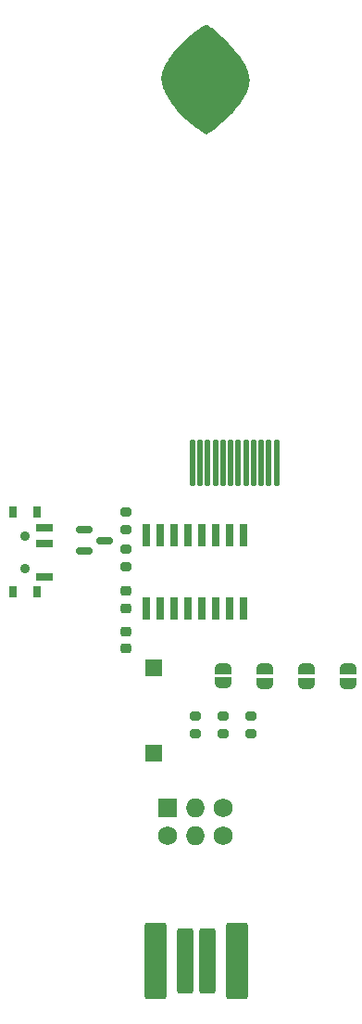
<source format=gbs>
G04 #@! TF.GenerationSoftware,KiCad,Pcbnew,8.0.8*
G04 #@! TF.CreationDate,2025-01-21T00:02:22+01:00*
G04 #@! TF.ProjectId,cerberus,63657262-6572-4757-932e-6b696361645f,rev?*
G04 #@! TF.SameCoordinates,Original*
G04 #@! TF.FileFunction,Soldermask,Bot*
G04 #@! TF.FilePolarity,Negative*
%FSLAX46Y46*%
G04 Gerber Fmt 4.6, Leading zero omitted, Abs format (unit mm)*
G04 Created by KiCad (PCBNEW 8.0.8) date 2025-01-21 00:02:22*
%MOMM*%
%LPD*%
G01*
G04 APERTURE LIST*
G04 Aperture macros list*
%AMRoundRect*
0 Rectangle with rounded corners*
0 $1 Rounding radius*
0 $2 $3 $4 $5 $6 $7 $8 $9 X,Y pos of 4 corners*
0 Add a 4 corners polygon primitive as box body*
4,1,4,$2,$3,$4,$5,$6,$7,$8,$9,$2,$3,0*
0 Add four circle primitives for the rounded corners*
1,1,$1+$1,$2,$3*
1,1,$1+$1,$4,$5*
1,1,$1+$1,$6,$7*
1,1,$1+$1,$8,$9*
0 Add four rect primitives between the rounded corners*
20,1,$1+$1,$2,$3,$4,$5,0*
20,1,$1+$1,$4,$5,$6,$7,0*
20,1,$1+$1,$6,$7,$8,$9,0*
20,1,$1+$1,$8,$9,$2,$3,0*%
%AMFreePoly0*
4,1,19,0.500000,-0.750000,0.000000,-0.750000,0.000000,-0.744911,-0.071157,-0.744911,-0.207708,-0.704816,-0.327430,-0.627875,-0.420627,-0.520320,-0.479746,-0.390866,-0.500000,-0.250000,-0.500000,0.250000,-0.479746,0.390866,-0.420627,0.520320,-0.327430,0.627875,-0.207708,0.704816,-0.071157,0.744911,0.000000,0.744911,0.000000,0.750000,0.500000,0.750000,0.500000,-0.750000,0.500000,-0.750000,
$1*%
%AMFreePoly1*
4,1,19,0.000000,0.744911,0.071157,0.744911,0.207708,0.704816,0.327430,0.627875,0.420627,0.520320,0.479746,0.390866,0.500000,0.250000,0.500000,-0.250000,0.479746,-0.390866,0.420627,-0.520320,0.327430,-0.627875,0.207708,-0.704816,0.071157,-0.744911,0.000000,-0.744911,0.000000,-0.750000,-0.500000,-0.750000,-0.500000,0.750000,0.000000,0.750000,0.000000,0.744911,0.000000,0.744911,
$1*%
G04 Aperture macros list end*
%ADD10C,0.000000*%
%ADD11RoundRect,0.250000X0.750000X-3.250000X0.750000X3.250000X-0.750000X3.250000X-0.750000X-3.250000X0*%
%ADD12RoundRect,0.250000X0.500000X-2.750000X0.500000X2.750000X-0.500000X2.750000X-0.500000X-2.750000X0*%
%ADD13R,1.727200X1.727200*%
%ADD14C,1.727200*%
%ADD15O,1.727200X1.727200*%
%ADD16RoundRect,0.150000X-0.587500X-0.150000X0.587500X-0.150000X0.587500X0.150000X-0.587500X0.150000X0*%
%ADD17RoundRect,0.200000X-0.275000X0.200000X-0.275000X-0.200000X0.275000X-0.200000X0.275000X0.200000X0*%
%ADD18FreePoly0,270.000000*%
%ADD19FreePoly1,270.000000*%
%ADD20R,0.800000X1.000000*%
%ADD21C,0.900000*%
%ADD22R,1.500000X0.700000*%
%ADD23RoundRect,0.200000X0.275000X-0.200000X0.275000X0.200000X-0.275000X0.200000X-0.275000X-0.200000X0*%
%ADD24RoundRect,0.225000X-0.250000X0.225000X-0.250000X-0.225000X0.250000X-0.225000X0.250000X0.225000X0*%
%ADD25RoundRect,0.225000X0.250000X-0.225000X0.250000X0.225000X-0.250000X0.225000X-0.250000X-0.225000X0*%
%ADD26R,0.760000X2.000000*%
%ADD27R,1.500000X1.500000*%
%ADD28RoundRect,0.101600X-0.175000X-2.000000X0.175000X-2.000000X0.175000X2.000000X-0.175000X2.000000X0*%
%ADD29FreePoly0,90.000000*%
%ADD30FreePoly1,90.000000*%
G04 APERTURE END LIST*
D10*
G36*
X65828310Y-71988823D02*
G01*
X65876926Y-72005515D01*
X65934398Y-72032744D01*
X66000219Y-72070024D01*
X66073884Y-72116874D01*
X66154888Y-72172808D01*
X66242725Y-72237344D01*
X66336890Y-72309996D01*
X66542180Y-72477716D01*
X66766715Y-72672098D01*
X67006452Y-72889271D01*
X67257345Y-73125362D01*
X67535075Y-73397972D01*
X67810738Y-73682017D01*
X68079939Y-73973287D01*
X68338283Y-74267572D01*
X68581372Y-74560662D01*
X68695823Y-74705442D01*
X68804812Y-74848344D01*
X68907789Y-74988842D01*
X69004206Y-75126410D01*
X69093512Y-75260521D01*
X69175158Y-75390648D01*
X69254728Y-75525268D01*
X69328240Y-75657521D01*
X69395673Y-75787580D01*
X69457004Y-75915612D01*
X69512212Y-76041788D01*
X69561275Y-76166278D01*
X69604170Y-76289252D01*
X69640875Y-76410878D01*
X69671369Y-76531327D01*
X69695630Y-76650768D01*
X69713635Y-76769372D01*
X69725362Y-76887308D01*
X69730790Y-77004746D01*
X69729897Y-77121855D01*
X69722660Y-77238805D01*
X69709058Y-77355766D01*
X69688037Y-77478761D01*
X69660090Y-77603155D01*
X69625195Y-77729126D01*
X69583329Y-77856853D01*
X69534471Y-77986514D01*
X69478599Y-78118288D01*
X69415690Y-78252351D01*
X69345722Y-78388884D01*
X69268675Y-78528064D01*
X69184525Y-78670070D01*
X69093251Y-78815079D01*
X68994830Y-78963270D01*
X68889241Y-79114821D01*
X68776461Y-79269911D01*
X68656470Y-79428718D01*
X68529244Y-79591421D01*
X68387885Y-79759411D01*
X68225732Y-79938892D01*
X68046108Y-80127014D01*
X67852335Y-80320931D01*
X67647738Y-80517795D01*
X67435637Y-80714756D01*
X67219358Y-80908967D01*
X67002222Y-81097580D01*
X66804350Y-81264312D01*
X66614321Y-81419905D01*
X66435079Y-81561841D01*
X66269571Y-81687604D01*
X66192889Y-81743633D01*
X66120744Y-81794674D01*
X66053506Y-81840413D01*
X65991543Y-81880535D01*
X65935223Y-81914724D01*
X65884914Y-81942667D01*
X65840986Y-81964049D01*
X65803805Y-81978554D01*
X65780882Y-81978120D01*
X65749464Y-81970149D01*
X65709964Y-81954952D01*
X65662797Y-81932838D01*
X65608377Y-81904121D01*
X65547118Y-81869109D01*
X65405739Y-81781448D01*
X65241974Y-81672342D01*
X65059137Y-81544278D01*
X64860542Y-81399742D01*
X64649502Y-81241221D01*
X64407597Y-81051546D01*
X64165448Y-80850953D01*
X63926688Y-80642125D01*
X63694948Y-80427748D01*
X63582845Y-80319317D01*
X63473858Y-80210505D01*
X63368442Y-80101649D01*
X63267051Y-79993082D01*
X63170138Y-79885142D01*
X63078157Y-79778163D01*
X62991562Y-79672481D01*
X62910808Y-79568432D01*
X62908947Y-79566572D01*
X62792347Y-79411541D01*
X62681663Y-79259566D01*
X62576873Y-79110559D01*
X62477957Y-78964434D01*
X62384894Y-78821103D01*
X62297664Y-78680479D01*
X62216246Y-78542475D01*
X62140620Y-78407005D01*
X62070764Y-78273981D01*
X62006658Y-78143316D01*
X61948282Y-78014923D01*
X61895615Y-77888716D01*
X61848636Y-77764607D01*
X61807325Y-77642509D01*
X61771661Y-77522336D01*
X61741623Y-77404000D01*
X61718903Y-77296000D01*
X61701055Y-77189099D01*
X61688061Y-77083218D01*
X61679902Y-76978277D01*
X61676557Y-76874194D01*
X61678007Y-76770889D01*
X61684233Y-76668283D01*
X61695216Y-76566294D01*
X61710935Y-76464842D01*
X61731372Y-76363847D01*
X61756507Y-76263229D01*
X61786320Y-76162906D01*
X61820792Y-76062800D01*
X61859903Y-75962828D01*
X61903635Y-75862912D01*
X61951967Y-75762969D01*
X61997902Y-75675775D01*
X62048567Y-75585507D01*
X62163269Y-75396676D01*
X62294429Y-75198324D01*
X62440407Y-74992300D01*
X62599557Y-74780452D01*
X62770238Y-74564629D01*
X62950807Y-74346679D01*
X63139622Y-74128450D01*
X63331166Y-73916011D01*
X63526983Y-73707467D01*
X63725553Y-73504535D01*
X63925356Y-73308932D01*
X64124873Y-73122372D01*
X64322583Y-72946572D01*
X64516968Y-72783248D01*
X64706506Y-72634116D01*
X64751950Y-72601163D01*
X64847158Y-72533144D01*
X64942900Y-72467057D01*
X65038527Y-72403261D01*
X65133390Y-72342119D01*
X65226839Y-72283992D01*
X65318224Y-72229240D01*
X65406897Y-72178226D01*
X65492208Y-72131310D01*
X65553190Y-72098773D01*
X65608344Y-72069705D01*
X65657173Y-72044374D01*
X65699180Y-72023048D01*
X65733868Y-72005995D01*
X65760741Y-71993483D01*
X65771092Y-71989014D01*
X65779302Y-71985779D01*
X65785311Y-71983814D01*
X65789055Y-71983152D01*
X65828310Y-71988823D01*
G37*
D11*
X61100037Y-157480000D03*
D12*
X63850037Y-157480000D03*
X65850037Y-157480000D03*
D11*
X68600037Y-157480000D03*
D13*
X62230000Y-143510000D03*
D14*
X62230000Y-146050000D03*
D15*
X64770000Y-143510000D03*
X64770000Y-146050000D03*
D14*
X67310000Y-143510000D03*
X67310000Y-146050000D03*
D16*
X54610000Y-120015000D03*
X54610000Y-118115000D03*
X56485000Y-119065000D03*
D17*
X58420000Y-116460000D03*
X58420000Y-118110000D03*
X67310000Y-135065000D03*
X67310000Y-136715000D03*
D18*
X74930000Y-130810000D03*
D19*
X74930000Y-132110000D03*
D20*
X48100000Y-123780000D03*
X50310000Y-123780000D03*
D21*
X49200000Y-121630000D03*
X49200000Y-118630000D03*
D20*
X48100000Y-116480000D03*
X50310000Y-116480000D03*
D22*
X50960000Y-122380000D03*
X50960000Y-119380000D03*
X50960000Y-117880000D03*
D23*
X69850000Y-136715000D03*
X69850000Y-135065000D03*
D17*
X64770000Y-135065000D03*
X64770000Y-136715000D03*
D24*
X58409771Y-127402946D03*
X58409771Y-128952946D03*
D18*
X67310000Y-130780000D03*
D19*
X67310000Y-132080000D03*
D23*
X58420000Y-121475000D03*
X58420000Y-119825000D03*
D25*
X58420000Y-125235000D03*
X58420000Y-123685000D03*
D18*
X71120000Y-130810000D03*
D19*
X71120000Y-132110000D03*
D26*
X60325000Y-118590000D03*
X61595000Y-118590000D03*
X62865000Y-118590000D03*
X64135000Y-118590000D03*
X65405000Y-118590000D03*
X66675000Y-118590000D03*
X67945000Y-118590000D03*
X69215000Y-118590000D03*
X69215000Y-125250000D03*
X67945000Y-125250000D03*
X66675000Y-125250000D03*
X65405000Y-125250000D03*
X64135000Y-125250000D03*
X62865000Y-125250000D03*
X61595000Y-125250000D03*
X60325000Y-125250000D03*
D27*
X60960000Y-130720000D03*
X60960000Y-138520000D03*
D28*
X72198896Y-111947263D03*
X71498896Y-111947263D03*
X70798896Y-111947263D03*
X70098896Y-111947263D03*
X69398896Y-111947263D03*
X68698896Y-111947263D03*
X67998896Y-111947263D03*
X67298896Y-111947263D03*
X66598896Y-111947263D03*
X65898896Y-111947263D03*
X65198896Y-111947263D03*
X64498896Y-111947263D03*
D29*
X78740000Y-132095000D03*
D30*
X78740000Y-130795000D03*
M02*

</source>
